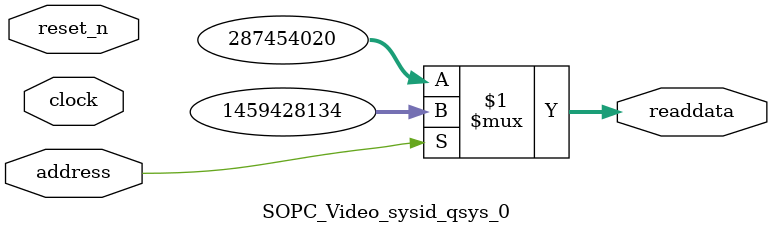
<source format=v>

`timescale 1ns / 1ps
// synthesis translate_on

// turn off superfluous verilog processor warnings 
// altera message_level Level1 
// altera message_off 10034 10035 10036 10037 10230 10240 10030 

module SOPC_Video_sysid_qsys_0 (
               // inputs:
                address,
                clock,
                reset_n,

               // outputs:
                readdata
             )
;

  output  [ 31: 0] readdata;
  input            address;
  input            clock;
  input            reset_n;

  wire    [ 31: 0] readdata;
  //control_slave, which is an e_avalon_slave
  assign readdata = address ? 1459428134 : 287454020;

endmodule




</source>
